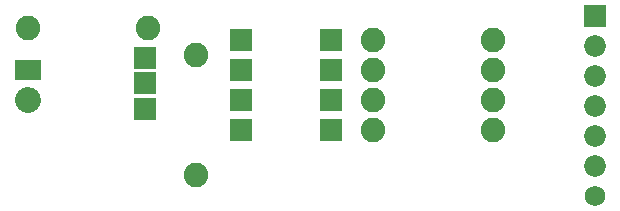
<source format=gbs>
G04 ---------------------------- Layer name :BOTTOM SOLDER LAYER*
G04 easyEDA 0.1*
G04 Scale: 100 percent, Rotated: No, Reflected: No *
G04 Dimensions in inches *
G04 leading zeros omitted , absolute positions ,2 integer and 4 * 
%FSLAX24Y24*%
%MOIN*%
G90*
G70D02*

%ADD11C,0.088000*%
%ADD12R,0.076000X0.076000*%
%ADD13C,0.082000*%
%ADD15R,0.074000X0.074000*%
%ADD16R,0.088000X0.068000*%
%ADD17R,0.072300X0.072300*%
%ADD18C,0.072300*%
%ADD20C,0.068000*%

%LPD*%
%LNVIA PAD TRACK COPPERAREA*%
G54D11*
G01X2200Y12900D02*
G01X2200Y12900D01*
G54D12*
G01X9300Y14900D03*
G01X9300Y13900D03*
G01X9300Y12900D03*
G01X9300Y11900D03*
G01X12300Y11900D03*
G01X12300Y12900D03*
G01X12300Y13900D03*
G01X12300Y14900D03*
G54D13*
G01X13700Y13900D03*
G01X17700Y13900D03*
G01X13700Y12900D03*
G01X17700Y12900D03*
G01X13700Y11900D03*
G01X17700Y11900D03*
G54D15*
G01X6100Y12600D03*
G01X6100Y13450D03*
G01X6100Y14300D03*
G54D16*
G01X2200Y13900D03*
G54D13*
G01X2200Y15300D03*
G01X6200Y15300D03*
G01X7800Y10400D03*
G01X7800Y14400D03*
G01X13700Y14900D03*
G01X17700Y14900D03*
G54D17*
G01X21100Y15700D03*
G54D18*
G01X21100Y14700D03*
G01X21100Y13700D03*
G01X21100Y12700D03*
G01X21100Y11700D03*
G01X21100Y10700D03*
G54D20*
G01X21100Y9700D03*

M00*
M02*
</source>
